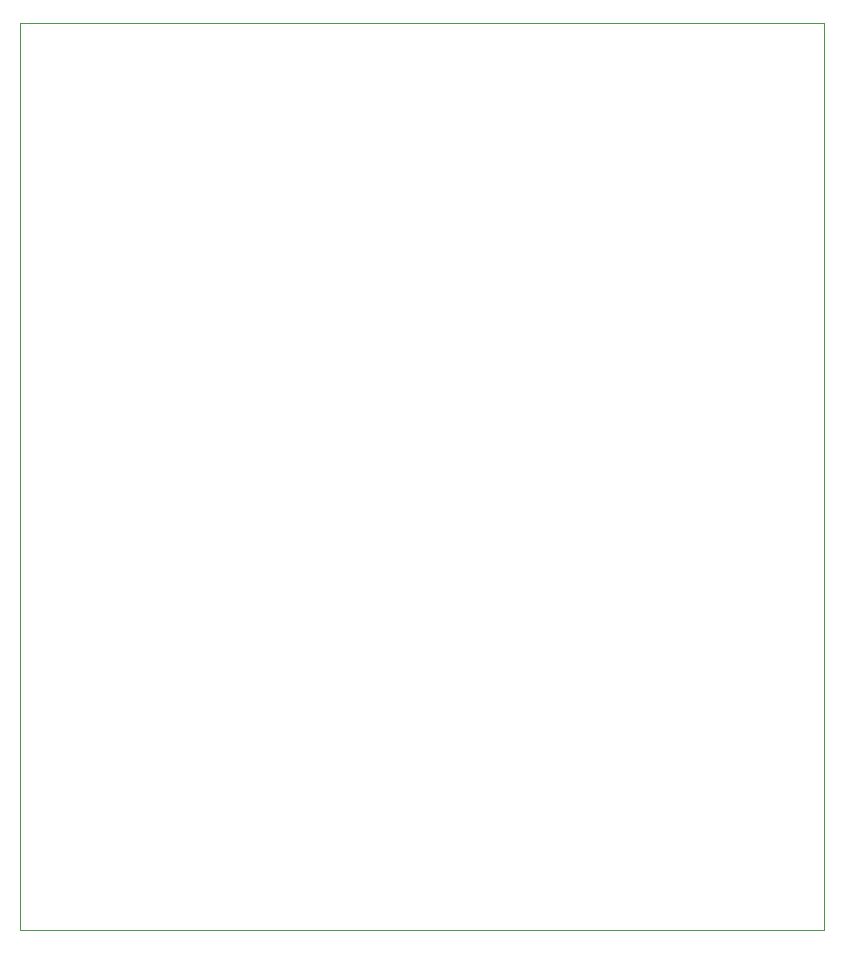
<source format=gbr>
%TF.GenerationSoftware,KiCad,Pcbnew,9.0.0*%
%TF.CreationDate,2025-04-29T10:42:49+05:30*%
%TF.ProjectId,Smart Water Heater Control,536d6172-7420-4576-9174-657220486561,rev?*%
%TF.SameCoordinates,Original*%
%TF.FileFunction,Profile,NP*%
%FSLAX46Y46*%
G04 Gerber Fmt 4.6, Leading zero omitted, Abs format (unit mm)*
G04 Created by KiCad (PCBNEW 9.0.0) date 2025-04-29 10:42:49*
%MOMM*%
%LPD*%
G01*
G04 APERTURE LIST*
%TA.AperFunction,Profile*%
%ADD10C,0.050000*%
%TD*%
G04 APERTURE END LIST*
D10*
X68800000Y-80800000D02*
X136800000Y-80800000D01*
X136800000Y-157600000D01*
X68800000Y-157600000D01*
X68800000Y-80800000D01*
M02*

</source>
